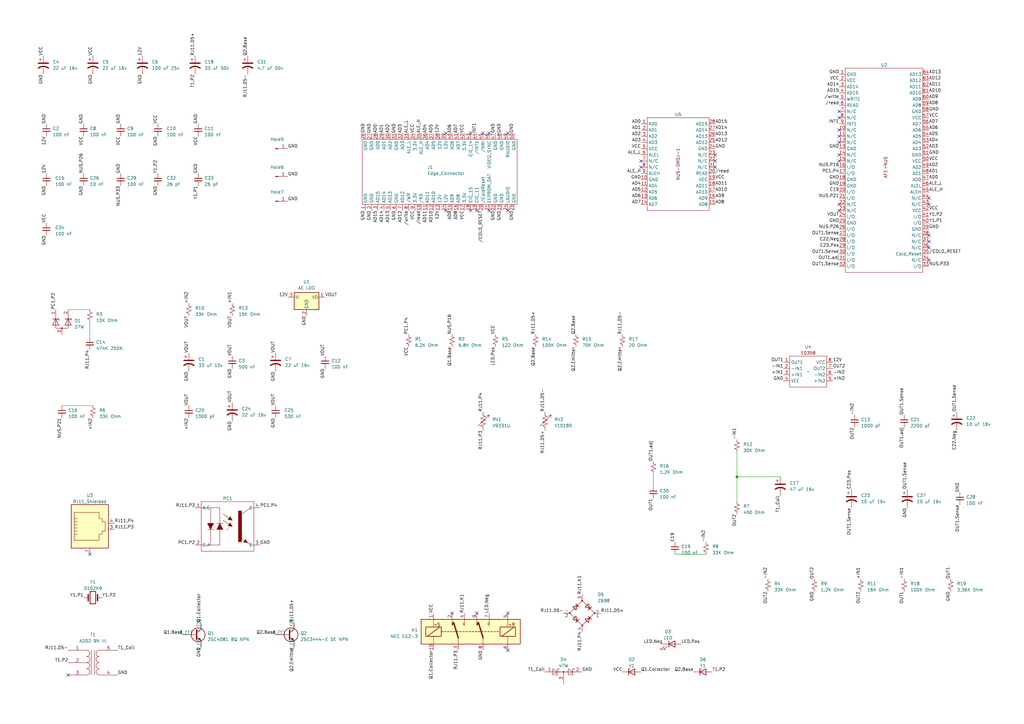
<source format=kicad_sch>
(kicad_sch (version 20230121) (generator eeschema)
  (paper "A3")
  (lib_symbols
    (symbol "Connector:Conn_01x01_Pin" (pin_names (offset 1.016) hide)
      (property "Reference" "J" (at 0 2.54 0))
      (property "Value" "Conn_01x01_Pin" (at 0 -2.54 0))
      (symbol "Conn_01x01_Pin_1_1"
        (pin passive line (at 5.08 0 180) (length 3.81) (name "Pin_1") (number "1"))
      )
    )
    (symbol "Connector:RJ11_Shielded" (pin_names (offset 1.016))
      (property "Reference" "U3" (at 0 13.97 0))
      (property "Value" "RJ11_Shielded" (at 0 11.43 0))
      (symbol "RJ11_Shielded_1_1"
        (pin passive line (at 10.16 0 180) (length 2.54) (name "~") (number "3"))
        (pin passive line (at 10.16 2.54 180) (length 2.54) (name "~") (number "4"))
        (pin passive line (at 0 -10.16 90) (length 2.54) (name "~") (number "7"))
      )
    )
    (symbol "Device:C_Polarized_US" (pin_numbers hide) (pin_names (offset 0.254) hide)
      (property "Reference" "C" (at 0.635 2.54 0))
      (property "Value" "C_Polarized_US" (at 0.635 -2.54 0))
      (symbol "C_Polarized_US_1_1"
        (pin passive line (at 0 3.81 270) (length 2.794) (name "~") (number "1"))
        (pin passive line (at 0 -3.81 90) (length 3.302) (name "~") (number "2"))
      )
    )
    (symbol "Device:C_Small" (pin_numbers hide) (pin_names (offset 0.254) hide)
      (property "Reference" "C" (at 0.254 1.778 0))
      (property "Value" "C_Small" (at 0.254 -2.032 0))
      (symbol "C_Small_1_1"
        (pin passive line (at 0 2.54 270) (length 2.032) (name "~") (number "1"))
        (pin passive line (at 0 -2.54 90) (length 2.032) (name "~") (number "2"))
      )
    )
    (symbol "Device:Crystal" (pin_numbers hide) (pin_names (offset 1.016) hide)
      (property "Reference" "Y" (at 0 3.81 0))
      (property "Value" "Crystal" (at 0 -3.81 0))
      (symbol "Crystal_1_1"
        (pin passive line (at -3.81 0 0) (length 1.27) (name "1") (number "1"))
        (pin passive line (at 3.81 0 180) (length 1.27) (name "2") (number "2"))
      )
    )
    (symbol "Device:D_Bridge_+-AA" (pin_names (offset 0))
      (property "Reference" "D" (at 2.54 6.985 0))
      (property "Value" "D_Bridge_+-AA" (at 2.54 5.08 0))
      (symbol "D_Bridge_+-AA_1_1"
        (pin passive line (at 7.62 0 180) (length 2.54) (name "+") (number "1"))
        (pin passive line (at -7.62 0 0) (length 2.54) (name "-") (number "2"))
        (pin passive line (at 0 7.62 270) (length 2.54) (name "~") (number "3"))
        (pin passive line (at 0 -7.62 90) (length 2.54) (name "~") (number "4"))
      )
    )
    (symbol "Device:D_Zener" (pin_numbers hide) (pin_names (offset 1.016) hide)
      (property "Reference" "D" (at 0 2.54 0))
      (property "Value" "D_Zener" (at 0 -2.54 0))
      (symbol "D_Zener_1_1"
        (pin passive line (at -3.81 0 0) (length 2.54) (name "K") (number "1"))
        (pin passive line (at 3.81 0 180) (length 2.54) (name "A") (number "2"))
      )
    )
    (symbol "Device:LED" (pin_numbers hide) (pin_names (offset 1.016) hide)
      (property "Reference" "D" (at 0 2.54 0))
      (property "Value" "LED" (at 0 -2.54 0))
      (symbol "LED_1_1"
        (pin passive line (at -3.81 0 0) (length 2.54) (name "K") (number "1"))
        (pin passive line (at 3.81 0 180) (length 2.54) (name "A") (number "2"))
      )
    )
    (symbol "Device:R_Small_US" (pin_numbers hide) (pin_names (offset 0.254) hide)
      (property "Reference" "R" (at 0.762 0.508 0))
      (property "Value" "R_Small_US" (at 0.762 -1.016 0))
      (symbol "R_Small_US_1_1"
        (pin passive line (at 0 2.54 270) (length 1.016) (name "~") (number "1"))
        (pin passive line (at 0 -2.54 90) (length 1.016) (name "~") (number "2"))
      )
    )
    (symbol "Device:R_Variable_US" (pin_numbers hide) (pin_names (offset 0))
      (property "Reference" "R" (at 2.54 -2.54 90))
      (property "Value" "R_Variable_US" (at -2.54 -1.27 90))
      (symbol "R_Variable_US_1_1"
        (pin passive line (at 0 3.81 270) (length 1.27) (name "~") (number "1"))
        (pin passive line (at 0 -3.81 90) (length 1.27) (name "~") (number "2"))
      )
    )
    (symbol "Device:Transformer_SP_1S" (pin_names (offset 1.016) hide)
      (property "Reference" "T" (at 0 6.35 0))
      (property "Value" "Transformer_SP_1S" (at 0 -7.62 0))
      (symbol "Transformer_SP_1S_1_1"
        (pin passive line (at -10.16 5.08 0) (length 7.62) (name "PR1") (number "1"))
        (pin passive line (at -10.16 0 0) (length 7.62) (name "PM") (number "2"))
        (pin passive line (at -10.16 -5.08 0) (length 7.62) (name "PR2") (number "3"))
        (pin passive line (at 10.16 -5.08 180) (length 7.62) (name "S1") (number "4"))
        (pin passive line (at 10.16 5.08 180) (length 7.62) (name "S2") (number "5"))
      )
    )
    (symbol "Diode:2BZX84Cxx" (pin_names (offset 1.016) hide)
      (property "Reference" "D" (at 3.81 2.54 0))
      (property "Value" "2BZX84Cxx" (at 3.81 0 0))
      (symbol "2BZX84Cxx_1_1"
        (pin passive line (at -2.54 5.08 270) (length 2.54) (name "K") (number "1"))
        (pin passive line (at 2.54 5.08 270) (length 2.54) (name "K") (number "2"))
        (pin passive line (at 0 -5.08 90) (length 2.54) (name "A") (number "3"))
      )
    )
    (symbol "Diode:BAS40-04" (pin_names (offset 1.016))
      (property "Reference" "D" (at 0.635 -1.27 0))
      (property "Value" "BAS40-04" (at -6.35 5.715 0))
      (symbol "BAS40-04_1_1"
        (pin passive line (at -7.62 2.54 0) (length 3.81) (name "~") (number "1"))
        (pin passive line (at 7.62 2.54 180) (length 3.81) (name "~") (number "2"))
        (pin passive line (at 0 -2.54 90) (length 5.08) (name "~") (number "3"))
      )
    )
    (symbol "N64:Edge_Connector"
      (property "Reference" "U" (at 0 2.54 0))
      (property "Value" "Edge_Connector" (at 0 0 0))
      (symbol "Edge_Connector_1_1"
        (pin power_out line (at -31.75 -15.24 90) (length 2.54) (name "GND") (number "1"))
        (pin output line (at -8.89 -15.24 90) (length 2.54) (name "/RD") (number "10"))
        (pin bidirectional line (at -6.35 -15.24 90) (length 2.54) (name "AD11") (number "11"))
        (pin bidirectional line (at -3.81 -15.24 90) (length 2.54) (name "AD10") (number "12"))
        (pin power_out line (at -1.27 -15.24 90) (length 2.54) (name "12V") (number "13"))
        (pin power_out line (at 1.27 -15.24 90) (length 2.54) (name "12V") (number "14"))
        (pin bidirectional line (at 3.81 -15.24 90) (length 2.54) (name "AD9") (number "15"))
        (pin bidirectional line (at 6.35 -15.24 90) (length 2.54) (name "AD8") (number "16"))
        (pin power_out line (at 8.89 -15.24 90) (length 2.54) (name "3.3V") (number "17"))
        (pin bidirectional line (at 11.43 -15.24 90) (length 2.54) (name "CIC_15") (number "18"))
        (pin bidirectional line (at 13.97 -15.24 90) (length 2.54) (name "CIC_11") (number "19"))
        (pin power_out line (at -29.21 -15.24 90) (length 2.54) (name "GND") (number "2"))
        (pin bidirectional line (at 16.51 -15.24 90) (length 2.54) (name "/ColdReset") (number "20"))
        (pin bidirectional line (at 19.05 -15.24 90) (length 2.54) (name "EEPROM_DAT") (number "21"))
        (pin power_out line (at 21.59 -15.24 90) (length 2.54) (name "GND") (number "22"))
        (pin power_out line (at 24.13 -15.24 90) (length 2.54) (name "GND") (number "23"))
        (pin bidirectional line (at 26.67 -15.24 90) (length 2.54) (name "LAUDIO") (number "24"))
        (pin power_out line (at 29.21 -15.24 90) (length 2.54) (name "GND") (number "25"))
        (pin power_out line (at -31.75 16.51 270) (length 2.54) (name "GND") (number "26"))
        (pin power_out line (at -29.21 16.51 270) (length 2.54) (name "GND") (number "27"))
        (pin bidirectional line (at -26.67 16.51 270) (length 2.54) (name "AD0") (number "28"))
        (pin bidirectional line (at -24.13 16.51 270) (length 2.54) (name "AD1") (number "29"))
        (pin bidirectional line (at -26.67 -15.24 90) (length 2.54) (name "AD15") (number "3"))
        (pin bidirectional line (at -21.59 16.51 270) (length 2.54) (name "AD2") (number "30"))
        (pin power_out line (at -19.05 16.51 270) (length 2.54) (name "GND") (number "31"))
        (pin bidirectional line (at -16.51 16.51 270) (length 2.54) (name "AD3") (number "32"))
        (pin output line (at -13.97 16.51 270) (length 2.54) (name "ALE_L") (number "33"))
        (pin power_out line (at -11.43 16.51 270) (length 2.54) (name "3.3V") (number "34"))
        (pin output line (at -8.89 16.51 270) (length 2.54) (name "ALE_H") (number "35"))
        (pin bidirectional line (at -6.35 16.51 270) (length 2.54) (name "AD4") (number "36"))
        (pin bidirectional line (at -3.81 16.51 270) (length 2.54) (name "AD5") (number "37"))
        (pin power_out line (at -1.27 16.51 270) (length 2.54) (name "12V") (number "38"))
        (pin power_out line (at 1.27 16.51 270) (length 2.54) (name "12V") (number "39"))
        (pin bidirectional line (at -24.13 -15.24 90) (length 2.54) (name "AD14") (number "4"))
        (pin bidirectional line (at 3.81 16.51 270) (length 2.54) (name "AD6") (number "40"))
        (pin bidirectional line (at 6.35 16.51 270) (length 2.54) (name "AD7") (number "41"))
        (pin bidirectional line (at 8.89 16.51 270) (length 2.54) (name "3.3V") (number "42"))
        (pin bidirectional line (at 11.43 16.51 270) (length 2.54) (name "CIC_14") (number "43"))
        (pin bidirectional line (at 13.97 16.51 270) (length 2.54) (name "/INT1") (number "44"))
        (pin bidirectional line (at 16.51 16.51 270) (length 2.54) (name "/NMI") (number "45"))
        (pin bidirectional line (at 19.05 16.51 270) (length 2.54) (name "VIDEO_SYNC") (number "46"))
        (pin power_out line (at 21.59 16.51 270) (length 2.54) (name "GND") (number "47"))
        (pin power_out line (at 24.13 16.51 270) (length 2.54) (name "GND") (number "48"))
        (pin bidirectional line (at 26.67 16.51 270) (length 2.54) (name "RAUDIO") (number "49"))
        (pin bidirectional line (at -21.59 -15.24 90) (length 2.54) (name "AD13") (number "5"))
        (pin power_out line (at 29.21 16.51 270) (length 2.54) (name "GND") (number "50"))
        (pin power_out line (at -19.05 -15.24 90) (length 2.54) (name "GND") (number "6"))
        (pin bidirectional line (at -16.51 -15.24 90) (length 2.54) (name "AD12") (number "7"))
        (pin output line (at -13.97 -15.24 90) (length 2.54) (name "/WR") (number "8"))
        (pin power_out line (at -11.43 -15.24 90) (length 2.54) (name "3.3V") (number "9"))
      )
    )
    (symbol "NPN_1" (pin_numbers hide) (pin_names (offset 0))
      (property "Reference" "Q2" (at 5.08 0.635 0))
      (property "Value" "2SC3444-E DE NPN" (at 5.08 -1.905 0))
      (symbol "NPN_1_1_1"
        (pin input line (at -5.08 0 0) (length 2.54) (name "B_(1)") (number "1"))
        (pin open_collector line (at 2.54 5.08 270) (length 2.54) (name "C_(2)") (number "2"))
        (pin open_emitter line (at 2.54 -5.08 90) (length 2.54) (name "E_(3)") (number "3"))
      )
    )
    (symbol "NUS-MDM-10:AFE-NUS"
      (property "Reference" "U2" (at -0.635 41.91 0))
      (property "Value" "~" (at 0 0 0))
      (symbol "AFE-NUS_1_1"
        (text "AFE-NUS" (at 0 0 900) (effects (font (size 1.27 1.27))))
        (pin power_in line (at -19.05 38.1 0) (length 2.54) (name "GND") (number "1"))
        (pin input line (at -19.05 15.24 0) (length 2.54) (name "N/C") (number "10"))
        (pin input line (at -19.05 12.7 0) (length 2.54) (name "N/C") (number "11"))
        (pin input line (at -19.05 10.16 0) (length 2.54) (name "N/C") (number "12"))
        (pin power_in line (at -19.05 7.62 0) (length 2.54) (name "GND") (number "13"))
        (pin input line (at -19.05 5.08 0) (length 2.54) (name "N/C") (number "14"))
        (pin input line (at -19.05 2.54 0) (length 2.54) (name "N/C") (number "15"))
        (pin input line (at -19.05 0 0) (length 2.54) (name "I/O") (number "16"))
        (pin input line (at -19.05 -2.54 0) (length 2.54) (name "I/O") (number "17"))
        (pin power_in line (at -19.05 -5.08 0) (length 2.54) (name "GND") (number "18"))
        (pin power_in line (at -19.05 -7.62 0) (length 2.54) (name "GND") (number "19"))
        (pin power_in line (at -19.05 35.56 0) (length 2.54) (name "VCC") (number "2"))
        (pin input line (at -19.05 -10.16 0) (length 2.54) (name "I/O") (number "20"))
        (pin input line (at -19.05 -12.7 0) (length 2.54) (name "I/O") (number "21"))
        (pin input line (at -19.05 -15.24 0) (length 2.54) (name "N/C") (number "22"))
        (pin input line (at -19.05 -17.78 0) (length 2.54) (name "N/C") (number "23"))
        (pin input line (at -19.05 -20.32 0) (length 2.54) (name "I/O") (number "24"))
        (pin power_in line (at -19.05 -22.86 0) (length 2.54) (name "GND") (number "25"))
        (pin input line (at -19.05 -25.4 0) (length 2.54) (name "I/O") (number "26"))
        (pin input line (at -19.05 -27.94 0) (length 2.54) (name "I/O") (number "27"))
        (pin input line (at -19.05 -30.48 0) (length 2.54) (name "I/O") (number "28"))
        (pin input line (at -19.05 -33.02 0) (length 2.54) (name "I/O") (number "29"))
        (pin bidirectional line (at -19.05 33.02 0) (length 2.54) (name "AD14") (number "3"))
        (pin input line (at -19.05 -35.56 0) (length 2.54) (name "I/O") (number "30"))
        (pin input line (at -19.05 -38.1 0) (length 2.54) (name "I/O") (number "31"))
        (pin input line (at -19.05 -40.64 0) (length 2.54) (name "I/O") (number "32"))
        (pin input line (at 17.78 -40.64 180) (length 2.54) (name "I/O") (number "33"))
        (pin input line (at 17.78 -38.1 180) (length 2.54) (name "N/C") (number "34"))
        (pin input line (at 17.78 -35.56 180) (length 2.54) (name "Cold_Reset") (number "35"))
        (pin input line (at 17.78 -33.02 180) (length 2.54) (name "N/C") (number "36"))
        (pin input line (at 17.78 -30.48 180) (length 2.54) (name "N/C") (number "37"))
        (pin input line (at 17.78 -27.94 180) (length 2.54) (name "N/C") (number "38"))
        (pin power_in line (at 17.78 -25.4 180) (length 2.54) (name "GND") (number "39"))
        (pin bidirectional line (at -19.05 30.48 0) (length 2.54) (name "AD15") (number "4"))
        (pin input line (at 17.78 -22.86 180) (length 2.54) (name "I/O") (number "40"))
        (pin input line (at 17.78 -20.32 180) (length 2.54) (name "I/O") (number "41"))
        (pin power_in line (at 17.78 -17.78 180) (length 2.54) (name "VCC") (number "42"))
        (pin input line (at 17.78 -15.24 180) (length 2.54) (name "N/C") (number "43"))
        (pin input line (at 17.78 -12.7 180) (length 2.54) (name "N/C") (number "44"))
        (pin input line (at 17.78 -10.16 180) (length 2.54) (name "ALEH") (number "45"))
        (pin input line (at 17.78 -7.62 180) (length 2.54) (name "ALEL") (number "46"))
        (pin bidirectional line (at 17.78 -5.08 180) (length 2.54) (name "AD0") (number "47"))
        (pin bidirectional line (at 17.78 -2.54 180) (length 2.54) (name "AD1") (number "48"))
        (pin bidirectional line (at 17.78 0 180) (length 2.54) (name "AD2") (number "49"))
        (pin input line (at -19.05 27.94 0) (length 2.54) (name "WRITE") (number "5"))
        (pin power_in line (at 17.78 2.54 180) (length 2.54) (name "VCC") (number "50"))
        (pin power_in line (at 17.78 5.08 180) (length 2.54) (name "GND") (number "51"))
        (pin bidirectional line (at 17.78 7.62 180) (length 2.54) (name "AD3") (number "52"))
        (pin bidirectional line (at 17.78 10.16 180) (length 2.54) (name "AD4") (number "53"))
        (pin bidirectional line (at 17.78 12.7 180) (length 2.54) (name "AD5") (number "54"))
        (pin bidirectional line (at 17.78 15.24 180) (length 2.54) (name "AD6") (number "55"))
        (pin bidirectional line (at 17.78 17.78 180) (length 2.54) (name "AD7") (number "56"))
        (pin power_in line (at 17.78 20.32 180) (length 2.54) (name "VCC") (number "57"))
        (pin power_in line (at 17.78 22.86 180) (length 2.54) (name "GND") (number "58"))
        (pin bidirectional line (at 17.78 25.4 180) (length 2.54) (name "AD8") (number "59"))
        (pin input line (at -19.05 25.4 0) (length 2.54) (name "READ") (number "6"))
        (pin bidirectional line (at 17.78 27.94 180) (length 2.54) (name "AD9") (number "60"))
        (pin bidirectional line (at 17.78 30.48 180) (length 2.54) (name "AD10") (number "61"))
        (pin bidirectional line (at 17.78 33.02 180) (length 2.54) (name "AD11") (number "62"))
        (pin bidirectional line (at 17.78 35.56 180) (length 2.54) (name "AD12") (number "63"))
        (pin bidirectional line (at 17.78 38.1 180) (length 2.54) (name "AD13") (number "64"))
        (pin input line (at -19.05 22.86 0) (length 2.54) (name "N/C") (number "7"))
        (pin input line (at -19.05 20.32 0) (length 2.54) (name "N/C") (number "8"))
        (pin input line (at -19.05 17.78 0) (length 2.54) (name "INT1") (number "9"))
      )
    )
    (symbol "NUS-MDM-10:BA10358"
      (property "Reference" "U" (at 0 0 0))
      (symbol "BA10358_1_1"
        (text "10358" (at 0 7.62 0) (effects (font (size 1.27 1.27))))
        (pin output line (at -10.16 3.81 0) (length 2.54) (name "OUT1") (number "1"))
        (pin input line (at -10.16 1.27 0) (length 2.54) (name "-IN1") (number "2"))
        (pin input line (at -10.16 -1.27 0) (length 2.54) (name "+IN1") (number "3"))
        (pin power_in line (at -10.16 -3.81 0) (length 2.54) (name "VEE") (number "4"))
        (pin input line (at 10.16 -3.81 180) (length 2.54) (name "+IN2") (number "5"))
        (pin input line (at 10.16 -1.27 180) (length 2.54) (name "-IN2") (number "6"))
        (pin output line (at 10.16 1.27 180) (length 2.54) (name "OUT2") (number "7"))
        (pin power_in line (at 10.16 3.81 180) (length 2.54) (name "VCC") (number "8"))
      )
    )
    (symbol "NUS-MDM-10:NEC_2705"
      (property "Reference" "U" (at -0.6852 0.0586 0))
      (symbol "NEC_2705_1_1"
        (pin passive line (at -13.97 8.89 0) (length 2.54) (name "A,C") (number "1"))
        (pin passive line (at -13.97 -6.35 0) (length 2.54) (name "C,A") (number "2"))
        (pin passive line (at 12.7 -6.35 180) (length 2.54) (name "E") (number "3"))
        (pin passive line (at 12.7 8.89 180) (length 2.54) (name "C") (number "4"))
      )
    )
    (symbol "NUS-MDM-10:NUS-CMDJ-1"
      (property "Reference" "U5" (at 0 20.32 0))
      (property "Value" "~" (at 0 0 0))
      (symbol "NUS-CMDJ-1_1_1"
        (text "NUS-CMDJ-1" (at 0 0 900) (effects (font (size 1.27 1.27))))
        (pin bidirectional line (at -15.24 16.51 0) (length 2.54) (name "AD0") (number "1"))
        (pin power_in line (at -15.24 -6.35 0) (length 2.54) (name "GND") (number "10"))
        (pin bidirectional line (at -15.24 -8.89 0) (length 2.54) (name "AD4") (number "11"))
        (pin bidirectional line (at -15.24 -11.43 0) (length 2.54) (name "AD5") (number "12"))
        (pin bidirectional line (at -15.24 -13.97 0) (length 2.54) (name "AD6") (number "13"))
        (pin bidirectional line (at -15.24 -16.51 0) (length 2.54) (name "AD7") (number "14"))
        (pin bidirectional line (at 15.24 -16.51 180) (length 2.54) (name "AD8") (number "15"))
        (pin bidirectional line (at 15.24 -13.97 180) (length 2.54) (name "AD9") (number "16"))
        (pin bidirectional line (at 15.24 -11.43 180) (length 2.54) (name "AD10") (number "17"))
        (pin bidirectional line (at 15.24 -8.89 180) (length 2.54) (name "AD11") (number "18"))
        (pin power_in line (at 15.24 -6.35 180) (length 2.54) (name "VCC") (number "19"))
        (pin bidirectional line (at -15.24 13.97 0) (length 2.54) (name "AD1") (number "2"))
        (pin input line (at 15.24 -3.81 180) (length 2.54) (name "READ") (number "20"))
        (pin input line (at 15.24 -1.27 180) (length 2.54) (name "N/C") (number "21"))
        (pin input line (at 15.24 1.27 180) (length 2.54) (name "N/C") (number "22"))
        (pin input line (at 15.24 3.81 180) (length 2.54) (name "N/C") (number "23"))
        (pin power_in line (at 15.24 6.35 180) (length 2.54) (name "GND") (number "24"))
        (pin bidirectional line (at 15.24 8.89 180) (length 2.54) (name "AD12") (number "25"))
        (pin bidirectional line (at 15.24 11.43 180) (length 2.54) (name "AD13") (number "26"))
        (pin bidirectional line (at 15.24 13.97 180) (length 2.54) (name "AD14") (number "27"))
        (pin bidirectional line (at 15.24 16.51 180) (length 2.54) (name "AD15") (number "28"))
        (pin bidirectional line (at -15.24 11.43 0) (length 2.54) (name "AD2") (number "3"))
        (pin bidirectional line (at -15.24 8.89 0) (length 2.54) (name "AD3") (number "4"))
        (pin power_in line (at -15.21 6.2918 0) (length 2.54) (name "VCC") (number "5"))
        (pin input line (at -15.24 3.81 0) (length 2.54) (name "ALEL") (number "6"))
        (pin input line (at -15.24 1.27 0) (length 2.54) (name "N/C") (number "7"))
        (pin input line (at -15.24 -1.27 0) (length 2.54) (name "N/C") (number "8"))
        (pin input line (at -15.24 -3.81 0) (length 2.54) (name "ALEH") (number "9"))
      )
    )
    (symbol "Regulator_Linear:LM2931AZ-5.0_TO92" (pin_names (offset 0.254))
      (property "Reference" "U" (at -3.81 3.175 0))
      (property "Value" "LM2931AZ-5.0_TO92" (at 0 3.175 0))
      (symbol "LM2931AZ-5.0_TO92_1_1"
        (pin power_out line (at 7.62 0 180) (length 2.54) (name "VO") (number "1"))
        (pin power_in line (at 0 -7.62 90) (length 2.54) (name "GND") (number "2"))
        (pin power_in line (at -7.62 0 0) (length 2.54) (name "VI") (number "3"))
      )
    )
    (symbol "Relay:EC2-3TNU"
      (property "Reference" "K1" (at -21.59 0.635 0))
      (property "Value" "NEC EG2-3" (at -21.59 -1.905 0))
      (symbol "EC2-3TNU_1_1"
        (text "+" (at -14.351 2.921 0) (effects (font (size 1.27 1.27))))
        (text "+" (at 16.129 2.921 0) (effects (font (size 1.27 1.27))))
        (text "R" (at 17.526 2.921 0) (effects (font (size 1.27 1.27))))
        (text "S" (at -13.081 2.921 0) (effects (font (size 1.27 1.27))))
        (pin passive line (at -15.24 7.62 270) (length 2.54) (name "~") (number "1"))
        (pin passive line (at -15.24 -7.62 90) (length 2.54) (name "~") (number "10"))
        (pin passive line (at -7.62 7.62 270) (length 2.54) (name "~") (number "2"))
        (pin passive line (at -5.08 -7.62 90) (length 2.54) (name "~") (number "3"))
        (pin passive line (at -2.54 7.62 270) (length 2.54) (name "~") (number "4"))
        (pin passive line (at 15.24 7.62 270) (length 2.54) (name "~") (number "5"))
        (pin passive line (at 15.24 -7.62 90) (length 2.54) (name "~") (number "6"))
        (pin passive line (at 7.62 7.62 270) (length 2.54) (name "~") (number "7"))
        (pin passive line (at 5.08 -7.62 90) (length 2.54) (name "~") (number "8"))
        (pin passive line (at 2.54 7.62 270) (length 2.54) (name "~") (number "9"))
      )
    )
    (symbol "Simulation_SPICE:NPN" (pin_numbers hide) (pin_names (offset 0))
      (property "Reference" "Q1" (at 5.08 0.635 0))
      (property "Value" "2SC4081 BQ NPN" (at 5.08 -1.905 0))
      (symbol "NPN_1_1"
        (pin input line (at -5.08 0 0) (length 2.54) (name "B_(1)") (number "1"))
        (pin open_emitter line (at 2.54 -5.08 90) (length 2.54) (name "E_(2)") (number "2"))
        (pin open_collector line (at 2.54 5.08 270) (length 2.54) (name "C_(3)") (number "3"))
      )
    )
  )
  (junction (at 302.26 195.58))
  (no_connect (at 182.88 86.36))
  (no_connect (at 208.28 266.7))
  (no_connect (at 200.66 86.36))
  (no_connect (at 182.88 54.61))
  (no_connect (at 381 106.68))
  (no_connect (at 344.17 66.04))
  (no_connect (at 193.04 86.36))
  (no_connect (at 27.94 276.86))
  (no_connect (at 195.58 86.36))
  (no_connect (at 344.17 83.82))
  (no_connect (at 344.17 58.42))
  (no_connect (at 381 99.06))
  (no_connect (at 208.28 86.36))
  (no_connect (at 381 81.28))
  (no_connect (at 185.42 251.46))
  (no_connect (at 195.58 251.46))
  (no_connect (at 293.37 66.04))
  (no_connect (at 208.28 54.61))
  (no_connect (at 198.12 54.61))
  (no_connect (at 344.17 63.5))
  (no_connect (at 36.83 227.33))
  (no_connect (at 200.66 54.61))
  (no_connect (at 293.37 68.58))
  (no_connect (at 381 96.52))
  (no_connect (at 208.28 251.46))
  (no_connect (at 262.89 68.58))
  (no_connect (at 262.89 66.04))
  (no_connect (at 293.37 63.5))
  (no_connect (at 381 83.82))
  (no_connect (at 344.17 86.36))
  (no_connect (at 344.17 53.34))
  (no_connect (at 381 101.6))
  (no_connect (at 344.17 45.72))
  (no_connect (at 344.17 48.26))
  (no_connect (at 193.04 54.61))
  (no_connect (at 344.17 55.88))
  (wire (pts (xy 302.26 185.42) (xy 302.26 195.58)))
  (wire (pts (xy 302.26 195.58) (xy 320.04 195.58)))
  (wire (pts (xy 302.26 195.58) (xy 302.26 205.74)))
  (wire (pts (xy 27.94 127) (xy 36.83 127)))
  (wire (pts (xy 267.97 194.31) (xy 267.97 199.39)))
  (wire (pts (xy 276.86 227.33) (xy 289.56 227.33)))
  (wire (pts (xy 25.4 166.37) (xy 38.1 166.37)))
  (wire (pts (xy 36.83 132.08) (xy 36.83 138.43)))
  (label "VCC" (at 170.18 54.61 90))
  (label "NUS.P16" (at 185.42 137.16 90))
  (label "GND" (at 381 63.5 0))
  (label "AD13" (at 160.02 86.36 270))
  (label "ALE_H" (at 381 78.74 0))
  (label "AD4" (at 262.89 76.2 180))
  (label "VOUT" (at 95.25 146.05 90))
  (label "VOUT" (at 77.47 166.37 90))
  (label "AD0" (at 381 73.66 0))
  (label "AD5" (at 381 55.88 0))
  (label "OUT2" (at 353.06 242.57 270))
  (label "GND" (at 125.73 129.54 270))
  (label "GND" (at 381 45.72 0))
  (label "GND" (at 198.12 266.7 270))
  (label "T1_Coil" (at 223.52 275.59 180))
  (label "RJ11.P4" (at 36.83 143.51 270))
  (label "AD11" (at 381 35.56 0))
  (label "AD15" (at 344.17 38.1 180))
  (label "+IN1" (at 353.06 237.49 90))
  (label "GND" (at 48.26 276.86 0))
  (label "12V" (at 341.63 148.59 0))
  (label "LED.Pos" (at 203.2 142.24 270))
  (label "VCC" (at 64.77 50.8 90))
  (label "VCC" (at 34.29 55.88 270))
  (label "OUT1.Sense" (at 344.17 109.22 180))
  (label "C23.Pos" (at 349.25 200.66 90))
  (label "VOUT" (at 133.35 121.92 0))
  (label "AD14" (at 344.17 35.56 180))
  (label "RJ11.D5+" (at 219.71 137.16 90))
  (label "-IN1" (at 321.31 151.13 180))
  (label "{slash}COLD_RESET" (at 198.12 86.36 270))
  (label "LED.Neg" (at 271.78 264.16 180))
  (label "{slash}write" (at 167.64 86.36 270))
  (label "+IN2" (at 341.63 156.21 0))
  (label "VCC" (at 344.17 33.02 180))
  (label "GND" (at 152.4 54.61 90))
  (label "VOUT" (at 133.35 146.05 90))
  (label "{slash}write" (at 344.17 40.64 180))
  (label "Q1.Collector" (at 262.89 275.59 0))
  (label "Q1.Collector" (at 177.8 266.7 270))
  (label "GND" (at 118.11 60.96 0))
  (label "GND" (at 133.35 151.13 270))
  (label "GND" (at 152.4 86.36 270))
  (label "+IN1" (at 95.25 124.46 90))
  (label "GND" (at 58.42 30.48 270))
  (label "12V" (at 180.34 86.36 270))
  (label "T1_Coil" (at 48.26 266.7 0))
  (label "AD15" (at 293.37 50.8 0))
  (label "OUT1.Sense" (at 349.25 208.28 270))
  (label "Y1.P1" (at 381 91.44 0))
  (label "NUS.P16" (at 344.17 68.58 180))
  (label "-IN2" (at 341.63 153.67 0))
  (label "GND" (at 205.74 86.36 270))
  (label "RJ11.K1" (at 238.76 243.84 90))
  (label "AD0" (at 154.94 54.61 90))
  (label "VCC" (at 49.53 55.88 270))
  (label "GND" (at 262.89 73.66 180))
  (label "VCC" (at 381 86.36 0))
  (label "Y1.P2" (at 64.77 71.12 90))
  (label "{slash}read" (at 344.17 43.18 180))
  (label "T1_Coil" (at 320.04 203.2 270))
  (label "OUT2" (at 350.52 175.26 270))
  (label "ALE_L" (at 167.64 54.61 90))
  (label "GND" (at 118.11 72.39 0))
  (label "ALE_H" (at 172.72 54.61 90))
  (label "GND" (at 205.74 54.61 90))
  (label "AD8" (at 381 43.18 0))
  (label "GND" (at 238.76 275.59 0))
  (label "RJ11.P3" (at 46.99 217.17 0))
  (label "RJ11.D5-" (at 101.6 30.48 270))
  (label "GND" (at 38.1 30.48 270))
  (label "GND" (at 149.86 54.61 90))
  (label "ALE_L" (at 262.89 63.5 180))
  (label "GND" (at 162.56 86.36 270))
  (label "AD1" (at 262.89 53.34 180))
  (label "C23.Pos" (at 344.17 101.6 180))
  (label "12V" (at 58.42 22.86 90))
  (label "AD7" (at 187.96 54.61 90))
  (label "RJ11.P3" (at 80.01 208.28 180))
  (label "GND" (at 210.82 86.36 270))
  (label "OUT1.adj" (at 370.84 175.26 270))
  (label "VOUT" (at 113.03 144.78 90))
  (label "12V" (at 19.05 55.88 270))
  (label "VOUT" (at 113.03 166.37 90))
  (label "Y1.P2" (at 41.91 245.11 0))
  (label "Q1.Base" (at 74.93 260.35 180))
  (label "GND" (at 81.28 71.12 90))
  (label "VCC" (at 19.05 91.44 90))
  (label "AD12" (at 165.1 86.36 270))
  (label "GND" (at 118.11 82.55 0))
  (label "AD7" (at 381 50.8 0))
  (label "VCC" (at 381 48.26 0))
  (label "AD12" (at 381 33.02 0))
  (label "INT1" (at 195.58 54.61 90))
  (label "NUS.P21" (at 344.17 81.28 180))
  (label "VCC" (at 255.27 275.59 180))
  (label "AD5" (at 177.8 54.61 90))
  (label "RJ11.P4" (at 198.12 168.91 90))
  (label "AD14" (at 293.37 53.34 0))
  (label "AD6" (at 185.42 54.61 90))
  (label "Q2.Base" (at 219.71 142.24 270))
  (label "VCC" (at 81.28 55.88 270))
  (label "AD11" (at 293.37 76.2 0))
  (label "+IN2" (at 77.47 171.45 270))
  (label "GND" (at 82.55 265.43 270))
  (label "OUT1.Sense" (at 393.7 207.01 270))
  (label "OUT1.adj" (at 267.97 189.23 90))
  (label "RJ11.D5+" (at 246.38 251.46 0))
  (label "GND" (at 344.17 60.96 180))
  (label "RJ11.P4" (at 238.76 259.08 270))
  (label "AD1" (at 157.48 54.61 90))
  (label "GND" (at 389.89 242.57 270))
  (label "GND" (at 49.53 71.12 90))
  (label "AD12" (at 293.37 58.42 0))
  (label "AD2" (at 381 68.58 0))
  (label "VCC" (at 381 66.04 0))
  (label "LED.Pos" (at 279.4 264.16 0))
  (label "OUT1" (at 389.89 237.49 90))
  (label "VOUT" (at 95.25 129.54 270))
  (label "12V" (at 118.11 121.92 180))
  (label "GND" (at 81.28 50.8 90))
  (label "RJ11.D5-" (at 231.14 251.46 180))
  (label "VCC" (at 293.37 73.66 0))
  (label "OUT2" (at 334.01 237.49 90))
  (label "GND" (at 203.2 86.36 270))
  (label "AD10" (at 177.8 86.36 270))
  (label "GND" (at 149.86 86.36 270))
  (label "GND" (at 77.47 152.4 270))
  (label "AD6" (at 262.89 81.28 180))
  (label "OUT1" (at 267.97 204.47 270))
  (label "PC1.P2" (at 80.01 223.52 180))
  (label "C19" (at 276.86 222.25 90))
  (label "OUT2" (at 302.26 210.82 270))
  (label "OUT1.Sense" (at 372.11 200.66 90))
  (label "GND" (at 381 93.98 0))
  (label "GND" (at 19.05 50.8 90))
  (label "VOUT" (at 77.47 129.54 270))
  (label "AD9" (at 185.42 86.36 270))
  (label "OUT1.Sense" (at 344.17 104.14 180))
  (label "AD6" (at 381 53.34 0))
  (label "PC1.P4" (at 106.68 208.28 0))
  (label "GND" (at 113.03 152.4 270))
  (label "GND" (at 372.11 208.28 270))
  (label "AD3" (at 381 60.96 0))
  (label "Q2.Base" (at 236.22 137.16 90))
  (label "T1.P2" (at 80.01 30.48 270))
  (label "VCC" (at 190.5 54.61 90))
  (label "GND" (at 344.17 30.48 180))
  (label "OUT1" (at 321.31 148.59 180))
  (label "GND" (at 34.29 76.2 270))
  (label "GND" (at 49.53 50.8 90))
  (label "AD15" (at 154.94 86.36 270))
  (label "-IN1" (at 302.26 180.34 90))
  (label "AD2" (at 262.89 55.88 180))
  (label "Y1.P1" (at 34.29 245.11 180))
  (label "AD14" (at 157.48 86.36 270))
  (label "AD0" (at 262.89 50.8 180))
  (label "{slash}COLD_RESET" (at 381 104.14 0))
  (label "AD8" (at 293.37 83.82 0))
  (label "Q2.Emitter" (at 120.65 265.43 270))
  (label "Q2.Emitter" (at 236.22 142.24 270))
  (label "VOUT" (at 95.25 165.1 90))
  (label "AD4" (at 175.26 54.61 90))
  (label "GND" (at 113.03 171.45 270))
  (label "RJ11.P3" (at 187.96 266.7 270))
  (label "Y1.P1" (at 81.28 76.2 270))
  (label "OUT1.Sense" (at 392.43 168.91 90))
  (label "NUS.P26" (at 344.17 93.98 180))
  (label "AD10" (at 293.37 78.74 0))
  (label "{slash}read" (at 172.72 86.36 270))
  (label "RJ11.K1" (at 190.5 251.46 90))
  (label "NUS.P21" (at 25.4 171.45 270))
  (label "GND" (at 293.37 60.96 0))
  (label "VCC" (at 262.89 60.96 180))
  (label "OUT1.Sense" (at 370.84 170.18 90))
  (label "OUT1" (at 370.84 242.57 270))
  (label "VCC" (at 190.5 86.36 270))
  (label "RJ11.D5-" (at 255.27 137.16 90))
  (label "AD10" (at 381 38.1 0))
  (label "Q2.Base" (at 101.6 22.86 90))
  (label "AD1" (at 381 71.12 0))
  (label "GND" (at 19.05 96.52 270))
  (label "GND" (at 64.77 76.2 270))
  (label "INT1" (at 344.17 50.8 180))
  (label "C22.Neg" (at 344.17 99.06 180))
  (label "Q2.Base" (at 284.48 275.59 180))
  (label "-IN1" (at 370.84 237.49 90))
  (label "Q2.Base" (at 113.03 260.35 180))
  (label "RJ11.D5-" (at 27.94 266.7 180))
  (label "GND" (at 19.05 76.2 270))
  (label "VCC" (at 177.8 251.46 90))
  (label "-IN2" (at 289.56 222.25 90))
  (label "GND" (at 344.17 76.2 180))
  (label "-IN2" (at 314.96 237.49 90))
  (label "ALE_L" (at 381 76.2 0))
  (label "PC1.P4" (at 167.64 137.16 90))
  (label "AD5" (at 262.89 78.74 180))
  (label "GND" (at 321.31 156.21 180))
  (label "VOUT" (at 344.17 88.9 180))
  (label "AD7" (at 262.89 83.82 180))
  (label "{slash}read" (at 293.37 71.12 0))
  (label "AD3" (at 165.1 54.61 90))
  (label "VCC" (at 38.1 22.86 90))
  (label "GND" (at 393.7 201.93 90))
  (label "12V" (at 180.34 54.61 90))
  (label "RJ11.D5+" (at 223.52 176.53 270))
  (label "Q1.Base" (at 185.42 142.24 270))
  (label "AD4" (at 381 58.42 0))
  (label "GND" (at 162.56 54.61 90))
  (label "AD13" (at 381 30.48 0))
  (label "+IN2" (at 38.1 171.45 270))
  (label "GND" (at 210.82 54.61 90))
  (label "PC1.P4" (at 344.17 71.12 180))
  (label "NUS.P33" (at 49.53 76.2 270))
  (label "ALE_H" (at 262.89 71.12 180))
  (label "AD2" (at 160.02 54.61 90))
  (label "GND" (at 344.17 73.66 180))
  (label "AD13" (at 293.37 55.88 0))
  (label "AD9" (at 293.37 81.28 0))
  (label "AD8" (at 187.96 86.36 270))
  (label "GND" (at 334.01 242.57 270))
  (label "VCC" (at 170.18 86.36 270))
  (label "LED.Neg" (at 200.66 251.46 90))
  (label "C22.Neg" (at 392.43 176.53 270))
  (label "AD9" (at 381 40.64 0))
  (label "PC1.P2" (at 22.86 127 90))
  (label "OUT1.adj" (at 344.17 106.68 180))
  (label "GND" (at 64.77 55.88 270))
  (label "OUT2" (at 341.63 151.13 0))
  (label "GND" (at 344.17 91.44 180))
  (label "GND" (at 17.78 30.48 270))
  (label "VCC" (at 203.2 137.16 90))
  (label "RJ11.D5+" (at 80.01 22.86 90))
  (label "C19" (at 344.17 78.74 180))
  (label "+IN2" (at 77.47 124.46 90))
  (label "T1.P2" (at 27.94 271.78 180))
  (label "RJ11.P4" (at 46.99 214.63 0))
  (label "RJ11.D5+" (at 120.65 255.27 90))
  (label "12V" (at 19.05 71.12 90))
  (label "RJ11.P3" (at 198.12 176.53 270))
  (label "NUS.P26" (at 34.29 71.12 90))
  (label "GND" (at 34.29 50.8 90))
  (label "+IN1" (at 321.31 153.67 180))
  (label "Y1.P2" (at 381 88.9 0))
  (label "NUS.P33" (at 381 109.22 0))
  (label "OUT2" (at 314.96 242.57 270))
  (label "Q1.Collector" (at 82.55 255.27 90))
  (label "Q2.Emitter" (at 255.27 142.24 270))
  (label "GND" (at 203.2 54.61 90))
  (label "VCC" (at 17.78 22.86 90))
  (label "OUT1.Sense" (at 344.17 96.52 180))
  (label "T1.P2" (at 292.1 275.59 0))
  (label "-IN2" (at 350.52 170.18 90))
  (label "AD11" (at 175.26 86.36 270))
  (label "VOUT" (at 77.47 144.78 90))
  (label "AD3" (at 262.89 58.42 180))
  (label "VCC" (at 167.64 142.24 270))
  (label "GND" (at 106.68 223.52 0))
  (label "RJ11.D5-" (at 223.52 168.91 90))
  (label "GND" (at 95.25 151.13 270))
  (label "GND" (at 95.25 172.72 270))
  (symbol (lib_id "Device:C_Small") (at 267.97 201.93 0) (unit 1)
    (property "Reference" "C30" (at 270.51 201.3013 0) (effects (justify left)))
    (property "Value" "100 nF" (at 270.51 203.8413 0) (effects (justify left)))
    (property "Footprint" "N64 Modem:SMD Cap Res" (effects hide))
  )
  (symbol (lib_id "Simulation_SPICE:NPN") (at 80.01 260.35 0) (unit 1)
    (property "Reference" "Q1" (at 85.09 259.715 0) (effects (justify left)))
    (property "Value" "2SC4081 BQ NPN" (at 85.09 262.255 0) (effects (justify left)))
    (property "Footprint" "N64 Modem:Q1" (effects hide))
    (property "Sim.Device" "NPN" (effects hide))
    (property "Sim.Type" "GUMMELPOON" (effects hide))
    (property "Sim.Pins" "1=C 2=B 3=E" (effects hide))
  )
  (symbol (lib_id "Regulator_Linear:LM2931AZ-5.0_TO92") (at 125.73 121.92 0) (unit 1)
    (property "Reference" "U1" (at 125.73 115.57 0))
    (property "Value" "AE LDO" (at 125.73 118.11 0))
    (property "Footprint" "N64 Modem:U1" (effects hide))
    (property "Datasheet" "http://www.ti.com/lit/ds/symlink/lm2931-n.pdf" (effects hide))
  )
  (symbol (lib_id "Device:C_Small") (at 370.84 172.72 0) (unit 1)
    (property "Reference" "C21" (at 373.38 172.0913 0) (effects (justify left)))
    (property "Value" "2200 pF" (at 373.38 174.6313 0) (effects (justify left)))
    (property "Footprint" "N64 Modem:SMD Cap Res" (effects hide))
  )
  (symbol (lib_id "Device:D_Zener") (at 259.08 275.59 0) (unit 1)
    (property "Reference" "D2" (at 259.08 270.51 0))
    (property "Value" "Y1" (at 259.08 273.05 0))
    (property "Footprint" "N64 Modem:D2" (effects hide))
  )
  (symbol (lib_id "Device:R_Small_US") (at 370.84 240.03 0) (unit 1)
    (property "Reference" "R18" (at 373.38 239.395 0) (effects (justify left)))
    (property "Value" "100K Ohm" (at 373.38 241.935 0) (effects (justify left)))
    (property "Footprint" "N64 Modem:SMD Cap Res" (effects hide))
  )
  (symbol (lib_id "Device:R_Variable_US") (at 198.12 172.72 0) (unit 1)
    (property "Reference" "RV1" (at 201.93 172.0469 0) (effects (justify left)))
    (property "Value" "V9331U" (at 201.93 174.5869 0) (effects (justify left)))
    (property "Footprint" "N64 Modem:V9331U" (effects hide))
  )
  (symbol (lib_id "Device:R_Small_US") (at 302.26 182.88 0) (unit 1)
    (property "Reference" "R12" (at 304.8 182.245 0) (effects (justify left)))
    (property "Value" "30K Ohm" (at 304.8 184.785 0) (effects (justify left)))
    (property "Footprint" "N64 Modem:SMD Cap Res" (effects hide))
  )
  (symbol (lib_id "NUS-MDM-10:BA10358") (at 331.47 152.4 0) (unit 1)
    (property "Reference" "U4" (at 331.47 142.24 0))
    (property "Value" "~" (at 331.47 152.4 0))
    (property "Footprint" "N64 Modem:10358" (effects hide))
  )
  (symbol (lib_id "Device:R_Small_US") (at 302.26 208.28 0) (unit 1)
    (property "Reference" "R7" (at 304.8 207.645 0) (effects (justify left)))
    (property "Value" "450 Ohm" (at 304.8 210.185 0) (effects (justify left)))
    (property "Footprint" "N64 Modem:SMD Cap Res" (effects hide))
  )
  (symbol (lib_id "Device:C_Small") (at 81.28 73.66 0) (unit 1)
    (property "Reference" "C33" (at 83.82 73.0313 0) (effects (justify left)))
    (property "Value" "26 pF" (at 83.82 75.5713 0) (effects (justify left)))
    (property "Footprint" "N64 Modem:SMD Cap Res" (effects hide))
  )
  (symbol (lib_id "Device:C_Small") (at 276.86 224.79 0) (unit 1)
    (property "Reference" "C19" (at 279.4 224.1613 0) (effects (justify left)))
    (property "Value" "100 nF" (at 279.4 226.7013 0) (effects (justify left)))
    (property "Footprint" "N64 Modem:SMD Cap Res" (effects hide))
  )
  (symbol (lib_name "NPN_1") (lib_id "Simulation_SPICE:NPN") (at 118.11 260.35 0) (unit 1)
    (property "Reference" "Q2" (at 123.19 259.715 0) (effects (justify left)))
    (property "Value" "2SC3444-E DE NPN" (at 123.19 262.255 0) (effects (justify left)))
    (property "Footprint" "N64 Modem:Q2" (effects hide))
    (property "Sim.Device" "NPN" (effects hide))
    (property "Sim.Type" "GUMMELPOON" (effects hide))
    (property "Sim.Pins" "1=C 2=B 3=E" (effects hide))
  )
  (symbol (lib_id "Device:R_Small_US") (at 267.97 191.77 0) (unit 1)
    (property "Reference" "R16" (at 270.51 191.135 0) (effects (justify left)))
    (property "Value" "1.2K Ohm" (at 270.51 193.675 0) (effects (justify left)))
    (property "Footprint" "N64 Modem:SMD Cap Res" (effects hide))
  )
  (symbol (lib_id "N64:Edge_Connector") (at 181.61 71.12 0) (unit 1)
    (property "Reference" "J1" (at 175.26 68.58 0) (effects (justify left)))
    (property "Value" "Edge_Connector" (at 175.26 71.12 0) (effects (justify left)))
    (property "Footprint" "N64 Modem:Cartridge Edge Connector" (effects hide))
  )
  (symbol (lib_id "Device:C_Small") (at 393.7 204.47 0) (unit 1)
    (property "Reference" "C28" (at 396.24 203.8413 0) (effects (justify left)))
    (property "Value" "100 nF" (at 396.24 206.3813 0) (effects (justify left)))
    (property "Footprint" "N64 Modem:SMD Cap Res" (effects hide))
  )
  (symbol (lib_id "Device:C_Polarized_US") (at 80.01 26.67 0) (unit 1)
    (property "Reference" "C18" (at 83.82 25.4 0) (effects (justify left)))
    (property "Value" "33 uF 50v" (at 83.82 27.94 0) (effects (justify left)))
    (property "Footprint" "N64 Modem:C18" (effects hide))
  )
  (symbol (lib_id "Device:R_Small_US") (at 353.06 240.03 0) (unit 1)
    (property "Reference" "R11" (at 355.6 239.395 0) (effects (justify left)))
    (property "Value" "16K Ohm" (at 355.6 241.935 0) (effects (justify left)))
    (property "Footprint" "N64 Modem:SMD Cap Res" (effects hide))
  )
  (symbol (lib_id "NUS-MDM-10:AFE-NUS") (at 363.22 68.58 0) (unit 1)
    (property "Reference" "U2" (at 362.585 26.67 0))
    (property "Value" "~" (at 363.22 68.58 0))
    (property "Footprint" "N64 Modem:AFE-NUS" (effects hide))
  )
  (symbol (lib_id "Device:C_Small") (at 19.05 93.98 0) (unit 1)
    (property "Reference" "C34" (at 22.5859 93.3513 0) (effects (justify left)))
    (property "Value" "100 nF" (at 22.5859 95.8913 0) (effects (justify left)))
    (property "Footprint" "N64 Modem:SMD Cap Res" (effects hide))
  )
  (symbol (lib_id "Device:R_Small_US") (at 167.64 139.7 0) (unit 1)
    (property "Reference" "R1" (at 170.18 139.065 0) (effects (justify left)))
    (property "Value" "6.2K Ohm" (at 170.18 141.605 0) (effects (justify left)))
    (property "Footprint" "N64 Modem:SMD Cap Res" (effects hide))
  )
  (symbol (lib_id "Device:C_Small") (at 350.52 172.72 0) (unit 1)
    (property "Reference" "C13" (at 353.06 172.0913 0) (effects (justify left)))
    (property "Value" "1000 pF" (at 353.06 174.6313 0) (effects (justify left)))
    (property "Footprint" "N64 Modem:SMD Cap Res" (effects hide))
  )
  (symbol (lib_id "Device:R_Small_US") (at 289.56 224.79 0) (unit 1)
    (property "Reference" "R8" (at 292.1 224.155 0) (effects (justify left)))
    (property "Value" "33K Ohm" (at 292.1 226.695 0) (effects (justify left)))
    (property "Footprint" "N64 Modem:SMD Cap Res" (effects hide))
  )
  (symbol (lib_id "Device:C_Small") (at 133.35 148.59 0) (unit 1)
    (property "Reference" "C12" (at 135.89 147.9613 0) (effects (justify left)))
    (property "Value" "100 nF" (at 135.89 150.5013 0) (effects (justify left)))
    (property "Footprint" "N64 Modem:SMD Cap Res" (effects hide))
  )
  (symbol (lib_id "Device:Transformer_SP_1S") (at 38.1 271.78 0) (unit 1)
    (property "Reference" "T1" (at 38.1 260.35 0))
    (property "Value" "A202 9N III" (at 38.1 262.89 0))
    (property "Footprint" "N64 Modem:A202 Transformer" (effects hide))
  )
  (symbol (lib_id "Device:C_Small") (at 19.05 73.66 0) (unit 1)
    (property "Reference" "C15" (at 22.5859 73.0313 0) (effects (justify left)))
    (property "Value" "100 nF" (at 22.5859 75.5713 0) (effects (justify left)))
    (property "Footprint" "N64 Modem:SMD Cap Res" (effects hide))
  )
  (symbol (lib_id "Device:C_Small") (at 34.29 73.66 0) (unit 1)
    (property "Reference" "C26" (at 36.83 73.0313 0) (effects (justify left)))
    (property "Value" "10 nF" (at 36.83 75.5713 0) (effects (justify left)))
    (property "Footprint" "N64 Modem:SMD Cap Res" (effects hide))
  )
  (symbol (lib_id "Relay:EC2-3TNU") (at 193.04 259.08 0) (unit 1)
    (property "Reference" "K1" (at 171.45 258.445 0) (effects (justify right)))
    (property "Value" "NEC EG2-3" (at 171.45 260.985 0) (effects (justify right)))
    (property "Footprint" "N64 Modem:NEC EG2-3" (effects hide))
    (property "Datasheet" "https://content.kemet.com/datasheets/KEM_R7002_EC2_EE2.pdf" (effects hide))
  )
  (symbol (lib_id "Connector:Conn_01x01_Pin") (at 113.03 82.55 0) (unit 1)
    (property "Reference" "Hole7" (at 113.665 78.74 0))
    (property "Value" "Conn_01x01_Pin" (effects hide))
    (property "Footprint" "N64 Modem:Ground Panel Mounting Hole" (effects hide))
  )
  (symbol (lib_id "Device:C_Small") (at 49.53 53.34 0) (unit 1)
    (property "Reference" "C9" (at 52.07 52.7113 0) (effects (justify left)))
    (property "Value" "100 nF" (at 52.07 55.2513 0) (effects (justify left)))
    (property "Footprint" "N64 Modem:SMD Cap Res" (effects hide))
  )
  (symbol (lib_id "Device:C_Polarized_US") (at 392.43 172.72 0) (unit 1)
    (property "Reference" "C22" (at 396.24 171.45 0) (effects (justify left)))
    (property "Value" "10 uF 16v" (at 396.24 173.99 0) (effects (justify left)))
    (property "Footprint" "N64 Modem:C22" (effects hide))
  )
  (symbol (lib_id "Device:C_Polarized_US") (at 77.47 148.59 0) (unit 1)
    (property "Reference" "C1" (at 81.28 147.32 0) (effects (justify left)))
    (property "Value" "33 uF 10v" (at 81.28 149.86 0) (effects (justify left)))
    (property "Footprint" "N64 Modem:C1" (effects hide))
  )
  (symbol (lib_id "Device:R_Small_US") (at 203.2 139.7 0) (unit 1)
    (property "Reference" "R5" (at 205.74 139.065 0) (effects (justify left)))
    (property "Value" "122 Ohm" (at 205.74 141.605 0) (effects (justify left)))
    (property "Footprint" "N64 Modem:SMD Cap Res" (effects hide))
  )
  (symbol (lib_id "Device:D_Bridge_+-AA") (at 238.76 251.46 0) (unit 1)
    (property "Reference" "D5" (at 246.38 243.84 0))
    (property "Value" "Z698" (at 247.65 246.38 0))
    (property "Footprint" "N64 Modem:869Z" (effects hide))
  )
  (symbol (lib_id "Device:C_Small") (at 81.28 53.34 0) (unit 1)
    (property "Reference" "C11" (at 83.82 52.7113 0) (effects (justify left)))
    (property "Value" "100 nF" (at 83.82 55.2513 0) (effects (justify left)))
    (property "Footprint" "N64 Modem:SMD Cap Res" (effects hide))
  )
  (symbol (lib_id "Device:C_Polarized_US") (at 95.25 168.91 0) (unit 1)
    (property "Reference" "C24" (at 99.06 167.64 0) (effects (justify left)))
    (property "Value" "22 uF 16v" (at 99.06 170.18 0) (effects (justify left)))
    (property "Footprint" "N64 Modem:C24" (effects hide))
  )
  (symbol (lib_id "Device:C_Small") (at 34.29 53.34 0) (unit 1)
    (property "Reference" "C8" (at 36.83 52.7113 0) (effects (justify left)))
    (property "Value" "100 nF" (at 36.83 55.2513 0) (effects (justify left)))
    (property "Footprint" "N64 Modem:SMD Cap Res" (effects hide))
  )
  (symbol (lib_id "Connector:RJ11_Shielded") (at 36.83 217.17 0) (unit 1)
    (property "Reference" "U3" (at 36.83 203.2 0))
    (property "Value" "RJ11_Shielded" (at 36.83 205.74 0))
    (property "Footprint" "N64 Modem:RJ11" (effects hide))
  )
  (symbol (lib_id "Device:R_Small_US") (at 38.1 168.91 0) (unit 1)
    (property "Reference" "R6" (at 40.64 168.275 0) (effects (justify left)))
    (property "Value" "33K Ohm" (at 40.64 170.815 0) (effects (justify left)))
    (property "Footprint" "N64 Modem:SMD Cap Res" (effects hide))
  )
  (symbol (lib_id "Diode:BAS40-04") (at 231.14 278.13 0) (unit 1)
    (property "Reference" "D4" (at 231.14 270.51 0))
    (property "Value" "47W" (at 231.14 273.05 0))
    (property "Footprint" "N64 Modem:D4" (effects hide))
    (property "Datasheet" "http://www.vishay.com/docs/85701/bas40v.pdf" (effects hide))
  )
  (symbol (lib_id "Device:R_Small_US") (at 219.71 139.7 0) (unit 1)
    (property "Reference" "R14" (at 222.25 139.065 0) (effects (justify left)))
    (property "Value" "100K Ohm" (at 222.25 141.605 0) (effects (justify left)))
    (property "Footprint" "N64 Modem:SMD Cap Res" (effects hide))
  )
  (symbol (lib_id "Device:C_Small") (at 36.83 140.97 0) (unit 1)
    (property "Reference" "C14" (at 39.37 140.3413 0) (effects (justify left)))
    (property "Value" "474K 250N" (at 39.37 142.8813 0) (effects (justify left)))
    (property "Footprint" "N64 Modem:474K Capacitor" (effects hide))
  )
  (symbol (lib_id "Device:R_Small_US") (at 255.27 139.7 0) (unit 1)
    (property "Reference" "R17" (at 257.81 139.065 0) (effects (justify left)))
    (property "Value" "20 Ohm" (at 257.81 141.605 0) (effects (justify left)))
    (property "Footprint" "N64 Modem:SMD Cap Res" (effects hide))
  )
  (symbol (lib_id "Device:C_Small") (at 95.25 148.59 0) (unit 1)
    (property "Reference" "C3" (at 97.79 147.9613 0) (effects (justify left)))
    (property "Value" "500 nF" (at 97.79 150.5013 0) (effects (justify left)))
    (property "Footprint" "N64 Modem:SMD Cap Res" (effects hide))
  )
  (symbol (lib_id "Device:C_Polarized_US") (at 17.78 26.67 0) (unit 1)
    (property "Reference" "C4" (at 21.59 25.4 0) (effects (justify left)))
    (property "Value" "22 uF 16v" (at 21.59 27.94 0) (effects (justify left)))
    (property "Footprint" "N64 Modem:C4" (effects hide))
  )
  (symbol (lib_id "Device:R_Variable_US") (at 223.52 172.72 0) (unit 1)
    (property "Reference" "RV2" (at 227.33 172.0469 0) (effects (justify left)))
    (property "Value" "V10180" (at 227.33 174.5869 0) (effects (justify left)))
    (property "Footprint" "N64 Modem:V10180" (effects hide))
  )
  (symbol (lib_id "Device:Crystal") (at 38.1 245.11 0) (unit 1)
    (property "Reference" "Y1" (at 38.1 238.76 0))
    (property "Value" "D102K9" (at 38.1 241.3 0))
    (property "Footprint" "N64 Modem:D102K9" (effects hide))
  )
  (symbol (lib_id "Diode:2BZX84Cxx") (at 25.4 132.08 0) (unit 1)
    (property "Reference" "D1" (at 30.48 131.572 0) (effects (justify left)))
    (property "Value" "27W" (at 30.48 134.112 0) (effects (justify left)))
    (property "Footprint" "N64 Modem:D1" (effects hide))
    (property "Datasheet" "https://diotec.com/tl_files/diotec/files/pdf/datasheets/bzx84c2v4.pdf" (effects hide))
  )
  (symbol (lib_id "Device:R_Small_US") (at 77.47 127 0) (unit 1)
    (property "Reference" "R10" (at 80.01 126.365 0) (effects (justify left)))
    (property "Value" "33K Ohm" (at 80.01 128.905 0) (effects (justify left)))
    (property "Footprint" "N64 Modem:SMD Cap Res" (effects hide))
  )
  (symbol (lib_id "Device:C_Small") (at 25.4 168.91 0) (unit 1)
    (property "Reference" "C16" (at 27.94 168.2813 0) (effects (justify left)))
    (property "Value" "100 nF" (at 27.94 170.8213 0) (effects (justify left)))
    (property "Footprint" "N64 Modem:SMD Cap Res" (effects hide))
  )
  (symbol (lib_id "NUS-MDM-10:NUS-CMDJ-1") (at 278.13 67.31 0) (unit 1)
    (property "Reference" "U5" (at 278.13 46.99 0))
    (property "Value" "~" (at 278.13 67.31 0))
    (property "Footprint" "N64 Modem:NUS-CMDJ-1" (effects hide))
  )
  (symbol (lib_id "Device:C_Small") (at 113.03 168.91 0) (unit 1)
    (property "Reference" "C25" (at 116.5659 168.2813 0) (effects (justify left)))
    (property "Value" "530 nF" (at 116.5659 170.8213 0) (effects (justify left)))
    (property "Footprint" "N64 Modem:SMD Cap Res" (effects hide))
  )
  (symbol (lib_id "Device:R_Small_US") (at 389.89 240.03 0) (unit 1)
    (property "Reference" "R19" (at 392.43 239.395 0) (effects (justify left)))
    (property "Value" "3.36K Ohm" (at 392.43 241.935 0) (effects (justify left)))
    (property "Footprint" "N64 Modem:SMD Cap Res" (effects hide))
  )
  (symbol (lib_id "Device:C_Small") (at 77.47 168.91 0) (unit 1)
    (property "Reference" "C20" (at 80.01 168.2813 0) (effects (justify left)))
    (property "Value" "1000 pF" (at 80.01 170.8213 0) (effects (justify left)))
    (property "Footprint" "N64 Modem:SMD Cap Res" (effects hide))
  )
  (symbol (lib_id "Device:C_Small") (at 19.05 53.34 0) (unit 1)
    (property "Reference" "C2" (at 21.59 52.7113 0) (effects (justify left)))
    (property "Value" "100 nF" (at 21.59 55.2513 0) (effects (justify left)))
    (property "Footprint" "N64 Modem:SMD Cap Res" (effects hide))
  )
  (symbol (lib_id "Device:R_Small_US") (at 36.83 129.54 0) (unit 1)
    (property "Reference" "R3" (at 39.37 128.905 0) (effects (justify left)))
    (property "Value" "10K Ohm" (at 39.37 131.445 0) (effects (justify left)))
    (property "Footprint" "N64 Modem:SMD Cap Res" (effects hide))
  )
  (symbol (lib_id "Device:C_Polarized_US") (at 113.03 148.59 0) (unit 1)
    (property "Reference" "C7" (at 116.84 147.32 0) (effects (justify left)))
    (property "Value" "22 uF 16v" (at 116.84 149.86 0) (effects (justify left)))
    (property "Footprint" "N64 Modem:C7" (effects hide))
  )
  (symbol (lib_id "Device:C_Small") (at 64.77 73.66 0) (unit 1)
    (property "Reference" "C32" (at 68.3059 73.0313 0) (effects (justify left)))
    (property "Value" "26 pF" (at 68.3059 75.5713 0) (effects (justify left)))
    (property "Footprint" "N64 Modem:SMD Cap Res" (effects hide))
  )
  (symbol (lib_id "Device:C_Polarized_US") (at 372.11 204.47 0) (unit 1)
    (property "Reference" "C27" (at 375.92 203.2 0) (effects (justify left)))
    (property "Value" "10 uF 16v" (at 375.92 205.74 0) (effects (justify left)))
    (property "Footprint" "N64 Modem:C27" (effects hide))
  )
  (symbol (lib_id "Connector:Conn_01x01_Pin") (at 113.03 60.96 0) (unit 1)
    (property "Reference" "Hole5" (at 113.665 57.15 0))
    (property "Value" "Conn_01x01_Pin" (effects hide))
    (property "Footprint" "N64 Modem:Ground Panel Mounting Hole" (effects hide))
  )
  (symbol (lib_id "Device:R_Small_US") (at 236.22 139.7 0) (unit 1)
    (property "Reference" "R15" (at 238.76 139.065 0) (effects (justify left)))
    (property "Value" "70K Ohm" (at 238.76 141.605 0) (effects (justify left)))
    (property "Footprint" "N64 Modem:SMD Cap Res" (effects hide))
  )
  (symbol (lib_id "Device:R_Small_US") (at 334.01 240.03 0) (unit 1)
    (property "Reference" "R9" (at 336.55 239.395 0) (effects (justify left)))
    (property "Value" "1.2K Ohm" (at 336.55 241.935 0) (effects (justify left)))
    (property "Footprint" "N64 Modem:SMD Cap Res" (effects hide))
  )
  (symbol (lib_id "Device:LED") (at 275.59 264.16 0) (unit 1)
    (property "Reference" "D3" (at 274.0025 259.08 0))
    (property "Value" "LED" (at 274.0025 261.62 0))
    (property "Footprint" "N64 Modem:LED" (effects hide))
  )
  (symbol (lib_id "Device:R_Small_US") (at 314.96 240.03 0) (unit 1)
    (property "Reference" "R4" (at 317.5 239.395 0) (effects (justify left)))
    (property "Value" "33K Ohm" (at 317.5 241.935 0) (effects (justify left)))
    (property "Footprint" "N64 Modem:SMD Cap Res" (effects hide))
  )
  (symbol (lib_id "Device:C_Polarized_US") (at 320.04 199.39 0) (unit 1)
    (property "Reference" "C17" (at 323.85 198.12 0) (effects (justify left)))
    (property "Value" "47 uF 16v" (at 323.85 200.66 0) (effects (justify left)))
    (property "Footprint" "N64 Modem:C17" (effects hide))
  )
  (symbol (lib_id "Device:C_Small") (at 49.53 73.66 0) (unit 1)
    (property "Reference" "C29" (at 52.07 73.0313 0) (effects (justify left)))
    (property "Value" "100 nF" (at 52.07 75.5713 0) (effects (justify left)))
    (property "Footprint" "N64 Modem:SMD Cap Res" (effects hide))
  )
  (symbol (lib_id "Device:C_Small") (at 64.77 53.34 0) (unit 1)
    (property "Reference" "C10" (at 68.3059 52.7113 0) (effects (justify left)))
    (property "Value" "100 nF" (at 68.3059 55.2513 0) (effects (justify left)))
    (property "Footprint" "N64 Modem:SMD Cap Res" (effects hide))
  )
  (symbol (lib_id "Device:C_Polarized_US") (at 58.42 26.67 0) (unit 1)
    (property "Reference" "C6" (at 62.23 25.4 0) (effects (justify left)))
    (property "Value" "100 uF 25v" (at 62.23 27.94 0) (effects (justify left)))
    (property "Footprint" "N64 Modem:C6" (effects hide))
  )
  (symbol (lib_id "Device:C_Polarized_US") (at 38.1 26.67 0) (unit 1)
    (property "Reference" "C5" (at 41.91 25.4 0) (effects (justify left)))
    (property "Value" "22 uF 16v" (at 41.91 27.94 0) (effects (justify left)))
    (property "Footprint" "N64 Modem:C5" (effects hide))
  )
  (symbol (lib_id "Device:C_Polarized_US") (at 349.25 204.47 0) (unit 1)
    (property "Reference" "C23" (at 353.06 203.2 0) (effects (justify left)))
    (property "Value" "10 uF 16v" (at 353.06 205.74 0) (effects (justify left)))
    (property "Footprint" "N64 Modem:C23" (effects hide))
  )
  (symbol (lib_id "Connector:Conn_01x01_Pin") (at 113.03 72.39 0) (unit 1)
    (property "Reference" "Hole6" (at 113.665 68.58 0))
    (property "Value" "Conn_01x01_Pin" (effects hide))
    (property "Footprint" "N64 Modem:Ground Panel Mounting Hole" (effects hide))
  )
  (symbol (lib_id "Device:C_Polarized_US") (at 101.6 26.67 0) (unit 1)
    (property "Reference" "C31" (at 105.41 25.4 0) (effects (justify left)))
    (property "Value" "4.7 uF 50v" (at 105.41 27.94 0) (effects (justify left)))
    (property "Footprint" "N64 Modem:C31" (effects hide))
  )
  (symbol (lib_id "Device:R_Small_US") (at 95.25 127 0) (unit 1)
    (property "Reference" "R13" (at 97.79 126.365 0) (effects (justify left)))
    (property "Value" "15K Ohm" (at 97.79 128.905 0) (effects (justify left)))
    (property "Footprint" "N64 Modem:SMD Cap Res" (effects hide))
  )
  (symbol (lib_id "Device:D_Zener") (at 288.29 275.59 0) (unit 1)
    (property "Reference" "D6" (at 288.29 270.51 0))
    (property "Value" "Y1" (at 288.29 273.05 0))
    (property "Footprint" "N64 Modem:D6" (effects hide))
  )
  (symbol (lib_id "Device:R_Small_US") (at 185.42 139.7 0) (unit 1)
    (property "Reference" "R2" (at 187.96 139.065 0) (effects (justify left)))
    (property "Value" "6.8K Ohm" (at 187.96 141.605 0) (effects (justify left)))
    (property "Footprint" "N64 Modem:SMD Cap Res" (effects hide))
  )
  (symbol (lib_id "NUS-MDM-10:NEC_2705") (at 93.98 217.17 0) (unit 1)
    (property "Reference" "PC1" (at 93.345 204.47 0))
    (property "Value" "~" (at 93.2948 217.1114 0))
    (property "Footprint" "N64 Modem:PC1" (effects hide))
  )
)
</source>
